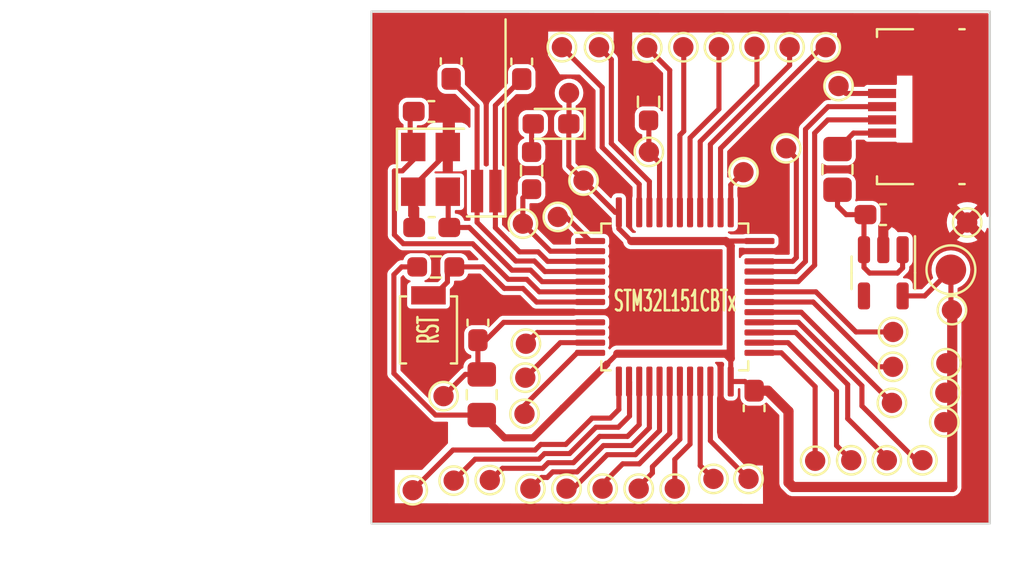
<source format=kicad_pcb>
(kicad_pcb (version 20240108) (generator "pcbnew") (generator_version "8.0")
  (layers (0 "F.Cu" signal) (31 "B.Cu" signal) (34 "B.Paste" user) (35 "F.Paste" user) (36 "B.SilkS" user "B.Silkscreen") (37 "F.SilkS" user "F.Silkscreen") (38 "B.Mask" user) (39 "F.Mask" user) (44 "Edge.Cuts" user))
  (net 0 "")
  (net 1 "Net-(U1-PH0)")
  (net 2 "GND")
  (net 3 "Net-(U1-PH1)")
  (net 4 "Net-(U1-PC14)")
  (net 5 "Net-(U1-PC15)")
  (net 6 "Net-(U2-CE)")
  (net 7 "+3.3V")
  (net 8 "+5V")
  (net 9 "Net-(U1-VDDA)")
  (net 10 "Net-(U1-BOOT0)")
  (net 11 "Net-(U1-NRST)")
  (net 12 "Net-(J1-ID)")
  (net 13 "Net-(U1-PC13)")
  (net 14 "Net-(U1-PB0)")
  (net 15 "Net-(U1-PB1)")
  (net 16 "Net-(U1-PB2)")
  (net 17 "Net-(U1-PB3)")
  (net 18 "Net-(U1-PB4)")
  (net 19 "Net-(U1-PB5)")
  (net 20 "Net-(U1-PB6)")
  (net 21 "Net-(U1-PB7)")
  (net 22 "Net-(U1-PB8)")
  (net 23 "Net-(U1-PB9)")
  (net 24 "Net-(U1-PB10)")
  (net 25 "Net-(U1-PB11)")
  (net 26 "Net-(U1-PB12)")
  (net 27 "Net-(U1-PB13)")
  (net 28 "Net-(U1-PB14)")
  (net 29 "Net-(U1-PB15)")
  (net 30 "Net-(U1-PA15)")
  (net 31 "Net-(U1-PA14)")
  (net 32 "Net-(U1-PA13)")
  (net 33 "Net-(U1-PA10)")
  (net 34 "Net-(U1-PA9)")
  (net 35 "Net-(U1-PA8)")
  (net 36 "Net-(U1-PA7)")
  (net 37 "Net-(U1-PA6)")
  (net 38 "Net-(U1-PA5)")
  (net 39 "Net-(U1-PA4)")
  (net 40 "Net-(U1-PA3)")
  (net 41 "Net-(U1-PA2)")
  (net 42 "Net-(U1-PA1)")
  (net 43 "Net-(U1-PA0)")
  (net 44 "Net-(U1-VLCD)")
  (net 45 "Net-(J1-D-)")
  (net 46 "Net-(J1-D+)")
  (net 48 "Net-(D1-A)")
  (footprint "TestPoint:TestPoint_Pad_D2.0mm" (layer "F.Cu") (at 180.709 85.5)
    (property "Reference" "3.3v CPU" (hide yes))
    (property "Value" "3.3v")
  )
  (footprint "TestPoint:TestPoint_Pad_D1.0mm" (layer "F.Cu") (at 155.764 91.72)
    (property "Reference" "ADC_VCC0" (hide yes))
    (property "Value" "3.3v")
  )
  (footprint "TestPoint:TestPoint_Pad_D1.0mm" (layer "F.Cu") (at 177.859 90.275 90)
    (property "Reference" "A9" (hide yes))
    (property "Value" "A9")
  )
  (footprint "TestPoint:TestPoint_Pad_D1.0mm" (layer "F.Cu") (at 158.039 95.85)
    (property "Reference" "A5" (hide yes))
    (property "Value" "A5")
  )
  (footprint "" (layer "F.Cu") (at 172.034 82.65)
    (property "Reference" "")
    (property "Value" "")
  )
  (footprint "Capacitor_SMD:C_0603_1608Metric_Pad1.08x0.95mm_HandSolder" (layer "F.Cu") (at 156.139 75.2425 90)
    (property "Reference" "C1" (hide yes))
    (property "Value" "7pf")
  )
  (footprint "TestPoint:TestPoint_Pad_D1.0mm" (layer "F.Cu") (at 170.759 95.79)
    (property "Reference" "B11" (hide yes))
    (property "Value" "B11")
  )
  (footprint "TestPoint:TestPoint_Pad_D1.0mm" (layer "F.Cu") (at 172.609 79.525)
    (property "Reference" "A13" (hide yes))
    (property "Value" "SWIO")
  )
  (footprint "TestPoint:TestPoint_Pad_D1.0mm" (layer "F.Cu") (at 177.864 88.56 90)
    (property "Reference" "A10" (hide yes))
    (property "Value" "A10")
  )
  (footprint "TestPoint:TestPoint_Pad_D1.0mm" (layer "F.Cu") (at 159.664 83.23)
    (property "Reference" "TP2" (hide yes))
    (property "Value" "C13")
  )
  (footprint "TestPoint:TestPoint_Pad_D1.0mm" (layer "F.Cu") (at 180.384 93)
    (property "Reference" "TP9" (hide yes))
    (property "Value" "3.3v")
  )
  (footprint "Button_Switch_SMD:SW_SPST_B3U-1000P" (layer "F.Cu") (at 155.024 88.46 -90)
    (property "Reference" "SW1" (hide yes))
    (property "Value" "SW_Push" (hide yes))
  )
  (footprint "Capacitor_SMD:C_0603_1608Metric_Pad1.08x0.95mm_HandSolder" (layer "F.Cu") (at 155.1615 77.712 180)
    (property "Reference" "C4" (hide yes))
    (property "Value" "9pf")
  )
  (footprint "TestPoint:TestPoint_Pad_D1.0mm" (layer "F.Cu") (at 165.779 74.575)
    (property "Reference" "B7" (hide yes))
    (property "Value" "B7")
  )
  (footprint "Capacitor_SMD:C_0603_1608Metric_Pad1.08x0.95mm_HandSolder" (layer "F.Cu") (at 159.609 75.2565 -90)
    (property "Reference" "C2" (hide yes))
    (property "Value" "7pf")
  )
  (footprint "Crystal:Crystal_SMD_3225-4Pin_3.2x2.5mm" (layer "F.Cu") (at 155.124 80.56 -90)
    (property "Reference" "Y2" (hide yes))
    (property "Value" "12Mhz" (hide yes))
  )
  (footprint "Capacitor_SMD:C_0603_1608Metric_Pad1.08x0.95mm_HandSolder" (layer "F.Cu") (at 177.3715 82.7875)
    (property "Reference" "C5" (hide yes))
    (property "Value" "1u")
  )
  (footprint "TestPoint:TestPoint_Pad_D1.0mm" (layer "F.Cu") (at 160.034 96.27)
    (property "Reference" "A6" (hide yes))
    (property "Value" "A6")
  )
  (footprint "TestPoint:TestPoint_Pad_D1.0mm" (layer "F.Cu") (at 161.384 82.9)
    (property "Reference" "TP36" (hide yes))
    (property "Value" "VLCD" (hide yes))
  )
  (footprint "Package_TO_SOT_SMD:SOT-23-5" (layer "F.Cu") (at 177.384 85.65 -90)
    (property "Reference" "U2" (hide yes))
    (property "Value" "XC6210B332MR")
  )
  (footprint "TestPoint:TestPoint_Pad_D1.0mm" (layer "F.Cu") (at 180.759 87.4875)
    (property "Reference" "TP9" (hide yes))
    (property "Value" "3.3v")
  )
  (footprint "Resistor_SMD:R_0603_1608Metric_Pad0.98x0.95mm_HandSolder" (layer "F.Cu") (at 155.3815 85.36)
    (property "Reference" "R2" (hide yes))
    (property "Value" "10K")
  )
  (footprint "TestPoint:TestPoint_Pad_D1.0mm" (layer "F.Cu") (at 159.744 92.59)
    (property "Reference" "A2" (hide yes))
    (property "Value" "A2")
  )
  (footprint "Capacitor_SMD:C_0603_1608Metric_Pad1.08x0.95mm_HandSolder" (layer "F.Cu") (at 157.454 88.1025 90)
    (property "Reference" "C9" (hide yes))
    (property "Value" "10u")
  )
  (footprint "TestPoint:TestPoint_Pad_D1.0mm" (layer "F.Cu") (at 167.134 96.27)
    (property "Reference" "B2" (hide yes))
    (property "Value" "B2")
  )
  (footprint "TestPoint:TestPoint_Pad_D1.0mm" (layer "F.Cu") (at 163.409 74.55)
    (property "Reference" "B8" (hide yes))
    (property "Value" "B8")
  )
  (footprint "TestPoint:TestPoint_Pad_D1.0mm" (layer "F.Cu") (at 165.859 79.7 180)
    (property "Reference" "TP3" (hide yes))
    (property "Value" "BT0" (hide yes))
  )
  (footprint "TestPoint:TestPoint_Pad_D1.0mm" (layer "F.Cu") (at 175.809 94.875)
    (property "Reference" "B13" (hide yes))
    (property "Value" "B13")
  )
  (footprint "Capacitor_SMD:C_0603_1608Metric_Pad1.08x0.95mm_HandSolder" (layer "F.Cu") (at 155.184 83.42 180)
    (property "Reference" "C3" (hide yes))
    (property "Value" "9pf")
  )
  (footprint "TestPoint:TestPoint_Pad_D1.0mm" (layer "F.Cu") (at 162.6465 81.1125 180)
    (property "Reference" "TP39" (hide yes))
    (property "Value" "BT0" (hide yes))
  )
  (footprint "TestPoint:TestPoint_Pad_D1.0mm" (layer "F.Cu") (at 169.034 95.79)
    (property "Reference" "B10" (hide yes))
    (property "Value" "B10")
  )
  (footprint "TestPoint:TestPoint_Pad_D1.0mm" (layer "F.Cu") (at 165.359 96.27)
    (property "Reference" "B1" (hide yes))
    (property "Value" "B1")
  )
  (footprint "TestPoint:TestPoint_Pad_D1.0mm" (layer "F.Cu") (at 161.584 74.55)
    (property "Reference" "B9" (hide yes))
    (property "Value" "B9")
  )
  (footprint "Capacitor_SMD:C_0603_1608Metric_Pad1.08x0.95mm_HandSolder" (layer "F.Cu") (at 171.034 92.3125 -90)
    (property "Reference" "C6" (hide yes))
    (property "Value" "47u")
  )
  (footprint "TestPoint:TestPoint_Pad_D1.0mm" (layer "F.Cu") (at 167.554 74.55)
    (property "Reference" "B6" (hide yes))
    (property "Value" "B6")
  )
  (footprint "" (layer "F.Cu") (at 172.034 81.4)
    (property "Reference" "")
    (property "Value" "")
  )
  (footprint "Resistor_SMD:R_0805_2012Metric_Pad1.20x1.40mm_HandSolder" (layer "F.Cu") (at 157.644 91.65 -90)
    (property "Reference" "FB1" (hide yes))
    (property "Value" "blm21pg221" (hide yes))
  )
  (footprint "Connector_USB:USB_Micro-B_Molex_47346-0001" (layer "F.Cu") (at 178.784 77.475 90)
    (property "Reference" "J1" (hide yes))
    (property "Value" "USB_B_Micro" (hide yes))
  )
  (footprint "TestPoint:TestPoint_Pad_D1.0mm" (layer "F.Cu") (at 156.264 95.875)
    (property "Reference" "A4" (hide yes))
    (property "Value" "A4")
  )
  (footprint "Crystal:Crystal_SMD_SeikoEpson_MC146-4Pin_6.7x1.5mm_HandSoldering" (layer "F.Cu") (at 157.864 78.03 90)
    (property "Reference" "Y1" (hide yes))
    (property "Value" "32k" (hide yes))
  )
  (footprint "TestPoint:TestPoint_Pad_D1.0mm" (layer "F.Cu") (at 169.304 74.55)
    (property "Reference" "B5" (hide yes))
    (property "Value" "B5")
  )
  (footprint "TestPoint:TestPoint_Pad_D1.0mm" (layer "F.Cu") (at 174.034 94.9)
    (property "Reference" "B12" (hide yes))
    (property "Value" "B12")
  )
  (footprint "" (layer "F.Cu") (at 153.234 92.75 90)
    (property "Reference" "")
    (property "Value" "")
  )
  (footprint "Resistor_SMD:R_0603_1608Metric_Pad0.98x0.95mm_HandSolder" (layer "F.Cu") (at 165.844 77.2375 -90)
    (property "Reference" "R1" (hide yes))
    (property "Value" "10K")
  )
  (footprint "TestPoint:TestPoint_Pad_D1.0mm" (layer "F.Cu") (at 161.809 96.27)
    (property "Reference" "A7" (hide yes))
    (property "Value" "A7")
  )
  (footprint "TestPoint:TestPoint_Pad_D1.0mm" (layer "F.Cu") (at 175.184 76.46)
    (property "Reference" "TP1" (hide yes))
    (property "Value" "USB_ID" (hide yes))
  )
  (footprint "Resistor_SMD:R_0805_2012Metric_Pad1.20x1.40mm_HandSolder" (layer "F.Cu") (at 175.134 80.5625 -90)
    (property "Reference" "FB2" (hide yes))
    (property "Value" "blm21pg221")
  )
  (footprint "Package_QFP:LQFP-48_7x7mm_P0.5mm" (layer "F.Cu") (at 167.134 86.8375)
    (property "Reference" "U1" (hide yes))
    (property "Value" "STM32L151CBTx")
  )
  (footprint "TestPoint:TestPoint_Pad_D1.0mm" (layer "F.Cu") (at 154.249 96.35)
    (property "Reference" "A3" (hide yes))
    (property "Value" "A3")
  )
  (footprint "TestPoint:TestPoint_Pad_D1.0mm" (layer "F.Cu") (at 159.814 89.14)
    (property "Reference" "A0" (hide yes))
    (property "Value" "A0")
  )
  (footprint "Resistor_SMD:R_0603_1608Metric_Pad0.98x0.95mm_HandSolder" (layer "F.Cu") (at 160.094 80.6225 90)
    (property "Reference" "R4" (hide yes))
    (property "Value" "1K")
  )
  (footprint "TestPoint:TestPoint_Pad_D1.0mm" (layer "F.Cu") (at 177.809 92.05 90)
    (property "Reference" "A8" (hide yes))
    (property "Value" "A8")
  )
  (footprint "TestPoint:TestPoint_Pad_D1.0mm" (layer "F.Cu") (at 171.054 74.525)
    (property "Reference" "B4" (hide yes))
    (property "Value" "B4")
  )
  (footprint "LED_SMD:LED_0603_1608Metric_Pad1.05x0.95mm_HandSolder" (layer "F.Cu") (at 161.049 78.32 180)
    (property "Reference" "D1" (hide yes))
    (property "Value" "LED")
  )
  (footprint "TestPoint:TestPoint_Pad_D1.0mm" (layer "F.Cu") (at 172.779 74.55)
    (property "Reference" "B3" (hide yes))
    (property "Value" "B3")
  )
  (footprint "TestPoint:TestPoint_Pad_D1.0mm" (layer "F.Cu") (at 180.484 90.1)
    (property "Reference" "TP9" (hide yes))
    (property "Value" "3.3v")
  )
  (footprint "" (layer "F.Cu") (at 153.234 94.1)
    (property "Reference" "")
    (property "Value" "")
  )
  (footprint "TestPoint:TestPoint_Pad_D1.0mm" (layer "F.Cu") (at 177.559 94.875)
    (property "Reference" "B14" (hide yes))
    (property "Value" "B14")
  )
  (footprint "TestPoint:TestPoint_Pad_D1.0mm" (layer "F.Cu") (at 181.509 83.175)
    (property "Reference" "TP10" (hide yes))
    (property "Value" "3.3v")
  )
  (footprint "TestPoint:TestPoint_Pad_D1.0mm" (layer "F.Cu") (at 174.554 74.55)
    (property "Reference" "A15" (hide yes))
    (property "Value" "A15")
  )
  (footprint "TestPoint:TestPoint_Pad_D1.0mm" (layer "F.Cu") (at 159.784 90.81)
    (property "Reference" "A1" (hide yes))
    (property "Value" "A1")
  )
  (footprint "TestPoint:TestPoint_Pad_D1.0mm" (layer "F.Cu") (at 179.309 94.875)
    (property "Reference" "B15" (hide yes))
    (property "Value" "B15")
  )
  (footprint "TestPoint:TestPoint_Pad_D1.0mm" (layer "F.Cu") (at 180.434 91.55)
    (property "Reference" "TP9" (hide yes))
    (property "Value" "3.3v")
  )
  (footprint "TestPoint:TestPoint_Pad_D1.0mm" (layer "F.Cu") (at 163.584 96.27)
    (property "Reference" "B0" (hide yes))
    (property "Value" "B0")
  )
  (footprint "" (layer "F.Cu") (at 161.934 76.8)
    (property "Reference" "")
    (property "Value" "")
  )
  (footprint "" (layer "F.Cu") (at 172.584 97.3)
    (property "Reference" "")
    (property "Value" "")
  )
  (footprint "TestPoint:TestPoint_Pad_D1.0mm" (layer "F.Cu") (at 170.509 80.7)
    (property "Reference" "A14" (hide yes))
    (property "Value" "SWCK")
  )
  (gr_rect (start 152.221 72.784) (end 182.626 97.989) (stroke (width 0.1)) (fill none) (layer "Edge.Cuts"))
  (segment (start 160.044812 85.52) (end 160.612312 86.0875) (width 0.25) (layer "F.Cu") (net 1))
  (segment (start 155.994 83.3675) (end 156.0465 83.42) (width 0.25) (layer "F.Cu") (net 1))
  (segment (start 160.612312 86.0875) (end 162.9715 86.0875) (width 0.25) (layer "F.Cu") (net 1))
  (segment (start 155.994 82.03) (end 155.994 83.3675) (width 0.25) (layer "F.Cu") (net 1))
  (segment (start 157.031208 83.42) (end 159.131208 85.52) (width 0.25) (layer "F.Cu") (net 1))
  (segment (start 159.131208 85.52) (end 160.044812 85.52) (width 0.25) (layer "F.Cu") (net 1))
  (segment (start 156.0465 83.42) (end 157.031208 83.42) (width 0.25) (layer "F.Cu") (net 1))
  (segment (start 159.609 74.394) (end 156.184 74.394) (width 0.25) (layer "F.Cu") (net 2))
  (segment (start 172.359 81.2) (end 171.434 80.275) (width 0.25) (layer "F.Cu") (net 2))
  (segment (start 171.434 78.78) (end 175.3515 74.8625) (width 0.25) (layer "F.Cu") (net 2))
  (segment (start 171.2965 84.5875) (end 172.099685 84.5875) (width 0.25) (layer "F.Cu") (net 2))
  (segment (start 155.974 79.71) (end 154.294 81.39) (width 0.25) (layer "F.Cu") (net 2))
  (segment (start 171.434 80.275) (end 171.434 78.78) (width 0.25) (layer "F.Cu") (net 2))
  (segment (start 177.384 83.6375) (end 177.384 84.5125) (width 0.25) (layer "F.Cu") (net 2))
  (segment (start 154.294 82.03) (end 154.294 83.3925) (width 0.25) (layer "F.Cu") (net 2))
  (segment (start 175.3515 74.8625) (end 177.284 74.8625) (width 0.25) (layer "F.Cu") (net 2))
  (segment (start 155.974 79.46) (end 155.974 79.71) (width 0.25) (layer "F.Cu") (net 2))
  (segment (start 154.294 83.3925) (end 154.3215 83.42) (width 0.25) (layer "F.Cu") (net 2))
  (segment (start 172.359 84.328185) (end 172.359 81.2) (width 0.25) (layer "F.Cu") (net 2))
  (segment (start 177.284 74.8625) (end 177.409 74.9875) (width 0.25) (layer "F.Cu") (net 2))
  (segment (start 156.199 77.712) (end 156.199 79.625) (width 0.25) (layer "F.Cu") (net 2))
  (segment (start 178.234 82.7875) (end 177.384 83.6375) (width 0.25) (layer "F.Cu") (net 2))
  (segment (start 154.294 81.39) (end 154.294 81.78) (width 0.25) (layer "F.Cu") (net 2))
  (segment (start 172.099685 84.5875) (end 172.359 84.328185) (width 0.25) (layer "F.Cu") (net 2))
  (segment (start 153.739 80.635) (end 153.349 80.635) (width 0.25) (layer "F.Cu") (net 3))
  (segment (start 159.858416 85.97) (end 160.475916 86.5875) (width 0.25) (layer "F.Cu") (net 3))
  (segment (start 153.788505 84.22) (end 157.194812 84.22) (width 0.25) (layer "F.Cu") (net 3))
  (segment (start 153.349 83.780495) (end 153.788505 84.22) (width 0.25) (layer "F.Cu") (net 3))
  (segment (start 157.194812 84.22) (end 158.944812 85.97) (width 0.25) (layer "F.Cu") (net 3))
  (segment (start 154.294 80.08) (end 153.739 80.635) (width 0.25) (layer "F.Cu") (net 3))
  (segment (start 160.475916 86.5875) (end 162.9715 86.5875) (width 0.25) (layer "F.Cu") (net 3))
  (segment (start 158.944812 85.97) (end 159.858416 85.97) (width 0.25) (layer "F.Cu") (net 3))
  (segment (start 153.349 80.635) (end 153.349 83.780495) (width 0.25) (layer "F.Cu") (net 3))
  (segment (start 154.124 77.712) (end 154.124 79.66) (width 0.25) (layer "F.Cu") (net 3))
  (segment (start 159.504 84.62) (end 160.417604 84.62) (width 0.25) (layer "F.Cu") (net 4))
  (segment (start 158.314 83.43) (end 159.504 84.62) (width 0.25) (layer "F.Cu") (net 4))
  (segment (start 160.417604 84.62) (end 160.885104 85.0875) (width 0.25) (layer "F.Cu") (net 4))
  (segment (start 158.314 81.63) (end 158.314 83.43) (width 0.25) (layer "F.Cu") (net 4))
  (segment (start 158.314 77.414) (end 158.314 81.63) (width 0.25) (layer "F.Cu") (net 4))
  (segment (start 160.885104 85.0875) (end 162.9715 85.0875) (width 0.25) (layer "F.Cu") (net 4))
  (segment (start 159.609 76.119) (end 158.314 77.414) (width 0.25) (layer "F.Cu") (net 4))
  (segment (start 157.414 77.449) (end 157.414 81.63) (width 0.25) (layer "F.Cu") (net 5))
  (segment (start 160.748708 85.5875) (end 162.9715 85.5875) (width 0.25) (layer "F.Cu") (net 5))
  (segment (start 160.231208 85.07) (end 160.748708 85.5875) (width 0.25) (layer "F.Cu") (net 5))
  (segment (start 159.317604 85.07) (end 160.231208 85.07) (width 0.25) (layer "F.Cu") (net 5))
  (segment (start 157.414 83.166396) (end 159.317604 85.07) (width 0.25) (layer "F.Cu") (net 5))
  (segment (start 156.134 76.169) (end 157.414 77.449) (width 0.25) (layer "F.Cu") (net 5))
  (segment (start 157.414 81.63) (end 157.414 83.166396) (width 0.25) (layer "F.Cu") (net 5))
  (segment (start 176.509 82.7875) (end 175.559 82.7875) (width 0.25) (layer "F.Cu") (net 6))
  (segment (start 176.434 82.8625) (end 176.509 82.7875) (width 0.25) (layer "F.Cu") (net 6))
  (segment (start 176.434 84.5125) (end 176.434 82.8625) (width 0.25) (layer "F.Cu") (net 6))
  (segment (start 178.084 85.6625) (end 176.709 85.6625) (width 0.25) (layer "F.Cu") (net 6))
  (segment (start 178.334 85.4125) (end 178.084 85.6625) (width 0.25) (layer "F.Cu") (net 6))
  (segment (start 175.134 82.3625) (end 175.134 81.5625) (width 0.25) (layer "F.Cu") (net 6))
  (segment (start 175.559 82.7875) (end 175.134 82.3625) (width 0.25) (layer "F.Cu") (net 6))
  (segment (start 178.334 84.5125) (end 178.334 85.4125) (width 0.25) (layer "F.Cu") (net 6))
  (segment (start 176.709 85.6625) (end 176.434 85.3875) (width 0.25) (layer "F.Cu") (net 6))
  (segment (start 176.434 85.3875) (end 176.434 84.5125) (width 0.25) (layer "F.Cu") (net 6))
  (segment (start 161.934 76.8) (end 161.934 78.31) (width 0.25) (layer "F.Cu") (net 7))
  (segment (start 153.324 90.6) (end 153.324 85.74) (width 0.25) (layer "F.Cu") (net 7))
  (segment (start 169.884 91) (end 169.884 89.86) (width 0.25) (layer "F.Cu") (net 7))
  (segment (start 161.934 78.31) (end 161.924 78.32) (width 0.25) (layer "F.Cu") (net 7))
  (segment (start 179.4215 86.7875) (end 180.709 85.5) (width 0.25) (layer "F.Cu") (net 7))
  (segment (start 153.704 85.36) (end 154.469 85.36) (width 0.25) (layer "F.Cu") (net 7))
  (segment (start 161.924 78.32) (end 161.924 80.39) (width 0.25) (layer "F.Cu") (net 7))
  (segment (start 153.324 85.74) (end 153.704 85.36) (width 0.25) (layer "F.Cu") (net 7))
  (segment (start 169.884 84.33) (end 169.884 89.86) (width 0.4) (layer "F.Cu") (net 7))
  (segment (start 161.924 80.39) (end 162.6465 81.1125) (width 0.25) (layer "F.Cu") (net 7))
  (segment (start 171.709 91.45) (end 171.034 91.45) (width 0.5) (layer "F.Cu") (net 7))
  (segment (start 169.884 89.86) (end 169.654 89.63) (width 0.4) (layer "F.Cu") (net 7))
  (segment (start 180.759 87.4875) (end 180.774 87.5025) (width 0.5) (layer "F.Cu") (net 7))
  (segment (start 161.634 92.3) (end 163.794 90.14) (width 0.35) (layer "F.Cu") (net 7))
  (segment (start 172.944 96.19) (end 172.724 95.97) (width 0.5) (layer "F.Cu") (net 7))
  (segment (start 178.334 86.7875) (end 179.4215 86.7875) (width 0.25) (layer "F.Cu") (net 7))
  (segment (start 172.724 92.465) (end 171.709 91.45) (width 0.5) (layer "F.Cu") (net 7))
  (segment (start 171.2965 84.0875) (end 169.6415 84.0875) (width 0.25) (layer "F.Cu") (net 7))
  (segment (start 164.993315 84.0875) (end 169.6415 84.0875) (width 0.4) (layer "F.Cu") (net 7))
  (segment (start 164.384 82.675) (end 164.209 82.675) (width 0.25) (layer "F.Cu") (net 7))
  (segment (start 172.724 95.97) (end 172.724 92.465) (width 0.5) (layer "F.Cu") (net 7))
  (segment (start 164.384 83.478185) (end 164.384 82.675) (width 0.25) (layer "F.Cu") (net 7))
  (segment (start 164.304 89.63) (end 163.794 90.14) (width 0.25) (layer "F.Cu") (net 7))
  (segment (start 169.654 89.63) (end 164.304 89.63) (width 0.4) (layer "F.Cu") (net 7))
  (segment (start 180.709 85.5) (end 180.709 87.4375) (width 0.25) (layer "F.Cu") (net 7))
  (segment (start 157.644 92.65) (end 155.374 92.65) (width 0.25) (layer "F.Cu") (net 7))
  (segment (start 180.709 87.4375) (end 180.759 87.4875) (width 0.25) (layer "F.Cu") (net 7))
  (segment (start 157.644 92.65) (end 158.764 93.77) (width 0.35) (layer "F.Cu") (net 7))
  (segment (start 169.884 91) (end 170.584 91) (width 0.25) (layer "F.Cu") (net 7))
  (segment (start 155.374 92.65) (end 153.324 90.6) (width 0.25) (layer "F.Cu") (net 7))
  (segment (start 161.630498 92.3) (end 161.634 92.3) (width 0.35) (layer "F.Cu") (net 7))
  (segment (start 169.6415 84.0875) (end 169.884 84.33) (width 0.4) (layer "F.Cu") (net 7))
  (segment (start 180.774 87.5025) (end 180.774 96.185) (width 0.5) (layer "F.Cu") (net 7))
  (segment (start 180.769 96.19) (end 172.944 96.19) (width 0.5) (layer "F.Cu") (net 7))
  (segment (start 158.764 93.77) (end 160.160498 93.77) (width 0.35) (layer "F.Cu") (net 7))
  (segment (start 164.993315 84.0875) (end 164.384 83.478185) (width 0.25) (layer "F.Cu") (net 7))
  (segment (start 160.160498 93.77) (end 161.630498 92.3) (width 0.35) (layer "F.Cu") (net 7))
  (segment (start 180.774 96.185) (end 180.769 96.19) (width 0.5) (layer "F.Cu") (net 7))
  (segment (start 164.209 82.675) (end 162.6465 81.1125) (width 0.25) (layer "F.Cu") (net 7))
  (segment (start 170.584 91) (end 171.034 91.45) (width 0.25) (layer "F.Cu") (net 7))
  (segment (start 177.324 78.775) (end 175.9215 78.775) (width 0.25) (layer "F.Cu") (net 8))
  (segment (start 175.9215 78.775) (end 175.134 79.5625) (width 0.25) (layer "F.Cu") (net 8))
  (segment (start 157.454 90.46) (end 157.644 90.65) (width 0.25) (layer "F.Cu") (net 9))
  (segment (start 156.834 90.65) (end 155.764 91.72) (width 0.25) (layer "F.Cu") (net 9))
  (segment (start 158.7215 88.0875) (end 162.9715 88.0875) (width 0.25) (layer "F.Cu") (net 9))
  (segment (start 157.844 88.965) (end 158.7215 88.0875) (width 0.25) (layer "F.Cu") (net 9))
  (segment (start 157.454 88.965) (end 157.454 90.46) (width 0.25) (layer "F.Cu") (net 9))
  (segment (start 157.454 88.965) (end 157.844 88.965) (width 0.25) (layer "F.Cu") (net 9))
  (segment (start 157.644 90.65) (end 156.834 90.65) (width 0.25) (layer "F.Cu") (net 9))
  (segment (start 166.384 80.225) (end 165.859 79.7) (width 0.25) (layer "F.Cu") (net 10))
  (segment (start 165.859 78.165) (end 165.844 78.15) (width 0.25) (layer "F.Cu") (net 10))
  (segment (start 166.384 82.675) (end 166.384 80.225) (width 0.25) (layer "F.Cu") (net 10))
  (segment (start 165.859 79.7) (end 165.859 78.165) (width 0.25) (layer "F.Cu") (net 10))
  (segment (start 155.956 85.698) (end 156.294 85.36) (width 0.25) (layer "F.Cu") (net 11))
  (segment (start 158.758416 86.42) (end 157.698416 85.36) (width 0.25) (layer "F.Cu") (net 11))
  (segment (start 157.698416 85.36) (end 156.294 85.36) (width 0.25) (layer "F.Cu") (net 11))
  (segment (start 155.956 86.106) (end 155.956 85.698) (width 0.25) (layer "F.Cu") (net 11))
  (segment (start 160.33952 87.0875) (end 159.67202 86.42) (width 0.25) (layer "F.Cu") (net 11))
  (segment (start 162.9715 87.0875) (end 160.33952 87.0875) (width 0.25) (layer "F.Cu") (net 11))
  (segment (start 155.302 86.76) (end 155.956 86.106) (width 0.25) (layer "F.Cu") (net 11))
  (segment (start 155.024 86.76) (end 155.302 86.76) (width 0.25) (layer "F.Cu") (net 11))
  (segment (start 159.67202 86.42) (end 158.758416 86.42) (width 0.25) (layer "F.Cu") (net 11))
  (segment (start 177.324 76.825) (end 175.549 76.825) (width 0.25) (layer "F.Cu") (net 12))
  (segment (start 175.549 76.825) (end 175.184 76.46) (width 0.25) (layer "F.Cu") (net 12))
  (segment (start 162.9715 84.5875) (end 161.0215 84.5875) (width 0.25) (layer "F.Cu") (net 13))
  (segment (start 161.0215 84.5875) (end 159.664 83.23) (width 0.25) (layer "F.Cu") (net 13))
  (segment (start 159.664 81.965) (end 160.094 81.535) (width 0.25) (layer "F.Cu") (net 13))
  (segment (start 159.664 83.23) (end 159.664 81.965) (width 0.25) (layer "F.Cu") (net 13))
  (segment (start 163.584 96.04) (end 163.584 96.27) (width 0.25) (layer "F.Cu") (net 14))
  (segment (start 164.574 95.05) (end 163.584 96.04) (width 0.25) (layer "F.Cu") (net 14))
  (segment (start 166.884 91) (end 166.884 93.552792) (width 0.25) (layer "F.Cu") (net 14))
  (segment (start 165.386792 95.05) (end 164.574 95.05) (width 0.25) (layer "F.Cu") (net 14))
  (segment (start 166.884 93.552792) (end 165.386792 95.05) (width 0.25) (layer "F.Cu") (net 14))
  (segment (start 165.359 96.175) (end 165.359 96.27) (width 0.25) (layer "F.Cu") (net 15))
  (segment (start 166.034 95.19) (end 166.034 95.5) (width 0.25) (layer "F.Cu") (net 15))
  (segment (start 167.384 93.84) (end 166.034 95.19) (width 0.25) (layer "F.Cu") (net 15))
  (segment (start 167.384 91) (end 167.384 93.84) (width 0.25) (layer "F.Cu") (net 15))
  (segment (start 166.034 95.5) (end 165.359 96.175) (width 0.25) (layer "F.Cu") (net 15))
  (segment (start 167.884 91) (end 167.884 94.08) (width 0.25) (layer "F.Cu") (net 16))
  (segment (start 167.134 94.83) (end 167.134 96.27) (width 0.25) (layer "F.Cu") (net 16))
  (segment (start 167.884 94.08) (end 167.134 94.83) (width 0.25) (layer "F.Cu") (net 16))
  (segment (start 172.779 75.435) (end 172.779 74.55) (width 0.25) (layer "F.Cu") (net 17))
  (segment (start 168.884 82.675) (end 168.884 79.33) (width 0.25) (layer "F.Cu") (net 17))
  (segment (start 168.884 79.33) (end 172.779 75.435) (width 0.25) (layer "F.Cu") (net 17))
  (segment (start 168.384 82.675) (end 168.384 79.19) (width 0.25) (layer "F.Cu") (net 18))
  (segment (start 171.174 76.4) (end 171.174 74.215) (width 0.25) (layer "F.Cu") (net 18))
  (segment (start 168.384 79.19) (end 171.174 76.4) (width 0.25) (layer "F.Cu") (net 18))
  (segment (start 169.304 77.59) (end 169.304 74.55) (width 0.25) (layer "F.Cu") (net 19))
  (segment (start 167.884 82.675) (end 167.884 79.01) (width 0.25) (layer "F.Cu") (net 19))
  (segment (start 167.884 79.01) (end 169.304 77.59) (width 0.25) (layer "F.Cu") (net 19))
  (segment (start 167.554 74.55) (end 167.554 74.36) (width 0.25) (layer "F.Cu") (net 20))
  (segment (start 167.574 78.683604) (end 167.574 74.57) (width 0.25) (layer "F.Cu") (net 20))
  (segment (start 167.554 74.36) (end 167.674 74.24) (width 0.25) (layer "F.Cu") (net 20))
  (segment (start 167.574 74.57) (end 167.554 74.55) (width 0.25) (layer "F.Cu") (net 20))
  (segment (start 167.384 82.675) (end 167.384 78.873604) (width 0.25) (layer "F.Cu") (net 20))
  (segment (start 167.384 78.873604) (end 167.574 78.683604) (width 0.25) (layer "F.Cu") (net 20))
  (segment (start 165.779 74.575) (end 166.884 75.68) (width 0.25) (layer "F.Cu") (net 21))
  (segment (start 165.899 74.265) (end 165.779 74.385) (width 0.25) (layer "F.Cu") (net 21))
  (segment (start 166.884 75.68) (end 166.884 82.675) (width 0.25) (layer "F.Cu") (net 21))
  (segment (start 165.779 74.385) (end 165.779 74.575) (width 0.25) (layer "F.Cu") (net 21))
  (segment (start 165.884 81.157995) (end 164.014 79.287995) (width 0.25) (layer "F.Cu") (net 22))
  (segment (start 165.884 82.675) (end 165.884 81.157995) (width 0.25) (layer "F.Cu") (net 22))
  (segment (start 164.014 75.155) (end 163.409 74.55) (width 0.25) (layer "F.Cu") (net 22))
  (segment (start 164.014 79.287995) (end 164.014 75.155) (width 0.25) (layer "F.Cu") (net 22))
  (segment (start 165.384 81.294391) (end 163.564 79.474391) (width 0.25) (layer "F.Cu") (net 23))
  (segment (start 163.564 79.474391) (end 163.564 76.53) (width 0.25) (layer "F.Cu") (net 23))
  (segment (start 163.564 76.53) (end 161.584 74.55) (width 0.25) (layer "F.Cu") (net 23))
  (segment (start 165.384 82.675) (end 165.384 81.294391) (width 0.25) (layer "F.Cu") (net 23))
  (segment (start 168.384 95.14) (end 169.034 95.79) (width 0.25) (layer "F.Cu") (net 24))
  (segment (start 168.384 91) (end 168.384 95.14) (width 0.25) (layer "F.Cu") (net 24))
  (segment (start 168.884 93.915) (end 170.759 95.79) (width 0.25) (layer "F.Cu") (net 25))
  (segment (start 168.884 91) (end 168.884 93.915) (width 0.25) (layer "F.Cu") (net 25))
  (segment (start 174.034 91.25) (end 174.034 94.9) (width 0.25) (layer "F.Cu") (net 26))
  (segment (start 172.3715 89.5875) (end 174.034 91.25) (width 0.25) (layer "F.Cu") (net 26))
  (segment (start 171.2965 89.5875) (end 172.3715 89.5875) (width 0.25) (layer "F.Cu") (net 26))
  (segment (start 172.698093 89.0875) (end 175.084 91.473407) (width 0.25) (layer "F.Cu") (net 27))
  (segment (start 175.084 91.473407) (end 175.084 94.15) (width 0.25) (layer "F.Cu") (net 27))
  (segment (start 171.2965 89.0875) (end 172.698093 89.0875) (width 0.25) (layer "F.Cu") (net 27))
  (segment (start 175.084 94.15) (end 175.809 94.875) (width 0.25) (layer "F.Cu") (net 27))
  (segment (start 171.2965 88.5875) (end 173.073708 88.5875) (width 0.25) (layer "F.Cu") (net 28))
  (segment (start 175.634 92.825) (end 177.559 94.75) (width 0.25) (layer "F.Cu") (net 28))
  (segment (start 173.073708 88.5875) (end 175.634 91.147792) (width 0.25) (layer "F.Cu") (net 28))
  (segment (start 177.559 94.75) (end 177.559 94.875) (width 0.25) (layer "F.Cu") (net 28))
  (segment (start 175.634 91.147792) (end 175.634 92.825) (width 0.25) (layer "F.Cu") (net 28))
  (segment (start 173.210104 88.0875) (end 176.334 91.211396) (width 0.25) (layer "F.Cu") (net 29))
  (segment (start 171.2965 88.0875) (end 173.210104 88.0875) (width 0.25) (layer "F.Cu") (net 29))
  (segment (start 176.334 91.211396) (end 176.334 92.2) (width 0.25) (layer "F.Cu") (net 29))
  (segment (start 179.009 94.875) (end 179.309 94.875) (width 0.25) (layer "F.Cu") (net 29))
  (segment (start 176.334 92.2) (end 179.009 94.875) (width 0.25) (layer "F.Cu") (net 29))
  (segment (start 169.384 79.53) (end 174.364 74.55) (width 0.25) (layer "F.Cu") (net 30))
  (segment (start 169.384 82.675) (end 169.384 79.53) (width 0.25) (layer "F.Cu") (net 30))
  (segment (start 174.364 74.55) (end 174.554 74.55) (width 0.25) (layer "F.Cu") (net 30))
  (segment (start 169.884 81.325) (end 170.509 80.7) (width 0.25) (layer "F.Cu") (net 31))
  (segment (start 169.884 82.675) (end 169.884 81.325) (width 0.25) (layer "F.Cu") (net 31))
  (segment (start 172.923708 85.0875) (end 173.109 84.902208) (width 0.25) (layer "F.Cu") (net 32))
  (segment (start 171.2965 85.0875) (end 172.923708 85.0875) (width 0.25) (layer "F.Cu") (net 32))
  (segment (start 173.109 80.025) (end 172.609 79.525) (width 0.25) (layer "F.Cu") (net 32))
  (segment (start 173.109 84.902208) (end 173.109 80.025) (width 0.25) (layer "F.Cu") (net 32))
  (segment (start 171.2965 85.0875) (end 171.309 85.1) (width 0.25) (layer "F.Cu") (net 32))
  (segment (start 171.2965 86.5875) (end 174.0715 86.5875) (width 0.25) (layer "F.Cu") (net 33))
  (segment (start 174.0715 86.5875) (end 176.044 88.56) (width 0.25) (layer "F.Cu") (net 33))
  (segment (start 176.044 88.56) (end 177.864 88.56) (width 0.25) (layer "F.Cu") (net 33))
  (segment (start 173.935104 87.0875) (end 177.122604 90.275) (width 0.25) (layer "F.Cu") (net 34))
  (segment (start 171.2965 87.0875) (end 173.935104 87.0875) (width 0.25) (layer "F.Cu") (net 34))
  (segment (start 177.122604 90.275) (end 177.859 90.275) (width 0.25) (layer "F.Cu") (net 34))
  (segment (start 173.3465 87.5875) (end 177.809 92.05) (width 0.25) (layer "F.Cu") (net 35))
  (segment (start 171.2965 87.5875) (end 173.3465 87.5875) (width 0.25) (layer "F.Cu") (net 35))
  (segment (start 162.144 96.27) (end 161.809 96.27) (width 0.25) (layer "F.Cu") (net 36))
  (segment (start 166.384 93.416396) (end 165.200396 94.6) (width 0.25) (layer "F.Cu") (net 36))
  (segment (start 166.384 91) (end 166.384 93.416396) (width 0.25) (layer "F.Cu") (net 36))
  (segment (start 163.814 94.6) (end 162.144 96.27) (width 0.25) (layer "F.Cu") (net 36))
  (segment (start 165.200396 94.6) (end 163.814 94.6) (width 0.25) (layer "F.Cu") (net 36))
  (segment (start 162.332604 95.445) (end 161.135396 95.445) (width 0.25) (layer "F.Cu") (net 37))
  (segment (start 165.884 91) (end 165.884 93.28) (width 0.25) (layer "F.Cu") (net 37))
  (segment (start 160.860396 95.72) (end 160.584 95.72) (width 0.25) (layer "F.Cu") (net 37))
  (segment (start 165.014 94.15) (end 163.627604 94.15) (width 0.25) (layer "F.Cu") (net 37))
  (segment (start 160.584 95.72) (end 160.034 96.27) (width 0.25) (layer "F.Cu") (net 37))
  (segment (start 165.884 93.28) (end 165.014 94.15) (width 0.25) (layer "F.Cu") (net 37))
  (segment (start 163.627604 94.15) (end 162.332604 95.445) (width 0.25) (layer "F.Cu") (net 37))
  (segment (start 161.135396 95.445) (end 160.860396 95.72) (width 0.25) (layer "F.Cu") (net 37))
  (segment (start 162.146208 94.995) (end 160.915396 94.995) (width 0.25) (layer "F.Cu") (net 38))
  (segment (start 158.664 95.27) (end 158.039 95.895) (width 0.25) (layer "F.Cu") (net 38))
  (segment (start 160.640396 95.27) (end 158.664 95.27) (width 0.25) (layer "F.Cu") (net 38))
  (segment (start 165.384 93.125) (end 164.809 93.7) (width 0.25) (layer "F.Cu") (net 38))
  (segment (start 160.915396 94.995) (end 160.640396 95.27) (width 0.25) (layer "F.Cu") (net 38))
  (segment (start 163.441208 93.7) (end 162.146208 94.995) (width 0.25) (layer "F.Cu") (net 38))
  (segment (start 165.384 91) (end 165.384 93.125) (width 0.25) (layer "F.Cu") (net 38))
  (segment (start 164.809 93.7) (end 163.441208 93.7) (width 0.25) (layer "F.Cu") (net 38))
  (segment (start 157.319 94.82) (end 156.264 95.875) (width 0.25) (layer "F.Cu") (net 39))
  (segment (start 164.884 91) (end 164.909 91.025) (width 0.25) (layer "F.Cu") (net 39))
  (segment (start 164.909 91.025) (end 164.909 92.7) (width 0.25) (layer "F.Cu") (net 39))
  (segment (start 160.454 94.82) (end 157.319 94.82) (width 0.25) (layer "F.Cu") (net 39))
  (segment (start 164.909 92.7) (end 164.359 93.25) (width 0.25) (layer "F.Cu") (net 39))
  (segment (start 160.729 94.545) (end 160.454 94.82) (width 0.25) (layer "F.Cu") (net 39))
  (segment (start 163.254812 93.25) (end 161.959812 94.545) (width 0.25) (layer "F.Cu") (net 39))
  (segment (start 164.359 93.25) (end 163.254812 93.25) (width 0.25) (layer "F.Cu") (net 39))
  (segment (start 161.959812 94.545) (end 160.729 94.545) (width 0.25) (layer "F.Cu") (net 39))
  (segment (start 161.773416 94.095) (end 160.542604 94.095) (width 0.25) (layer "F.Cu") (net 40))
  (segment (start 164.384 91) (end 164.384 92.375) (width 0.25) (layer "F.Cu") (net 40))
  (segment (start 156.229 94.37) (end 154.249 96.35) (width 0.25) (layer "F.Cu") (net 40))
  (segment (start 160.542604 94.095) (end 160.267604 94.37) (width 0.25) (layer "F.Cu") (net 40))
  (segment (start 160.267604 94.37) (end 156.229 94.37) (width 0.25) (layer "F.Cu") (net 40))
  (segment (start 164.384 92.375) (end 163.959 92.8) (width 0.25) (layer "F.Cu") (net 40))
  (segment (start 163.068416 92.8) (end 161.773416 94.095) (width 0.25) (layer "F.Cu") (net 40))
  (segment (start 163.959 92.8) (end 163.068416 92.8) (width 0.25) (layer "F.Cu") (net 40))
  (segment (start 159.744 92.18) (end 159.744 92.59) (width 0.25) (layer "F.Cu") (net 41))
  (segment (start 162.9715 89.5875) (end 162.3365 89.5875) (width 0.25) (layer "F.Cu") (net 41))
  (segment (start 162.3365 89.5875) (end 159.744 92.18) (width 0.25) (layer "F.Cu") (net 41))
  (segment (start 161.5065 89.0875) (end 159.784 90.81) (width 0.25) (layer "F.Cu") (net 42))
  (segment (start 162.9715 89.0875) (end 161.5065 89.0875) (width 0.25) (layer "F.Cu") (net 42))
  (segment (start 162.9715 88.5875) (end 160.3665 88.5875) (width 0.25) (layer "F.Cu") (net 43))
  (segment (start 160.3665 88.5875) (end 159.814 89.14) (width 0.25) (layer "F.Cu") (net 43))
  (segment (start 162.9715 84.0875) (end 161.784 82.9) (width 0.25) (layer "F.Cu") (net 44))
  (segment (start 161.784 82.9) (end 161.384 82.9) (width 0.25) (layer "F.Cu") (net 44))
  (segment (start 174.009 85.275) (end 173.1965 86.0875) (width 0.25) (layer "F.Cu") (net 45))
  (segment (start 173.1965 86.0875) (end 171.2965 86.0875) (width 0.25) (layer "F.Cu") (net 45))
  (segment (start 177.324 78.125) (end 174.659 78.125) (width 0.25) (layer "F.Cu") (net 45))
  (segment (start 174.009 78.775) (end 174.009 85.275) (width 0.25) (layer "F.Cu") (net 45))
  (segment (start 174.659 78.125) (end 174.009 78.775) (width 0.25) (layer "F.Cu") (net 45))
  (segment (start 173.559 85.088604) (end 173.060104 85.5875) (width 0.25) (layer "F.Cu") (net 46))
  (segment (start 177.324 77.475) (end 174.672604 77.475) (width 0.25) (layer "F.Cu") (net 46))
  (segment (start 173.060104 85.5875) (end 171.2965 85.5875) (width 0.25) (layer "F.Cu") (net 46))
  (segment (start 173.559 78.588604) (end 173.559 85.088604) (width 0.25) (layer "F.Cu") (net 46))
  (segment (start 174.672604 77.475) (end 173.559 78.588604) (width 0.25) (layer "F.Cu") (net 46))
  (segment (start 160.094 78.4) (end 160.174 78.32) (width 0.25) (layer "F.Cu") (net 48))
  (segment (start 160.094 79.71) (end 160.094 78.4) (width 0.25) (layer "F.Cu") (net 48))
  (zone (net 0) (net_name "") (layer "F.Cu") (connect_pads (clearance 0)) (min_thickness 0.25)
    (keepout (tracks allowed) (vias not_allowed) (pads not_allowed) (copperpour not_allowed) (footprints allowed))
    (fill (thermal_gap 0.5) (thermal_bridge_width 0.5))
    (polygon (pts (xy 171.466195 95.131101) (xy 171.470845 97.018714) (xy 153.364 96.99) (xy 153.364 95.35) (xy 154.704 95.35) (xy 155.984 94.04) (xy 155.984 93.05) (xy 169.114 93.03) (xy 169.262823 93.766153) (xy 170.575277 95.129557)))
  )
  (zone (net 0) (net_name "") (layer "F.Cu") (connect_pads (clearance 0)) (min_thickness 0.25)
    (keepout (tracks allowed) (vias not_allowed) (pads not_allowed) (copperpour not_allowed) (footprints allowed))
    (fill (thermal_gap 0.5) (thermal_bridge_width 0.5))
    (polygon (pts (xy 160.909 73.78) (xy 164.1265 73.7875) (xy 164.1165 75.9075) (xy 161.4865 75.8875) (xy 160.8965 74.9375)))
  )
  (zone (net 0) (net_name "") (layer "F.Cu") (connect_pads (clearance 0)) (min_thickness 0.25)
    (keepout (tracks allowed) (vias not_allowed) (pads not_allowed) (copperpour not_allowed) (footprints allowed))
    (fill (thermal_gap 0.5) (thermal_bridge_width 0.5))
    (polygon (pts (xy 178.816 75.946) (xy 178.816 79.248) (xy 178.054 79.248) (xy 178.054 75.946)))
  )
  (zone (net 0) (net_name "") (layer "F.Cu") (connect_pads (clearance 0)) (min_thickness 0.25)
    (keepout (tracks allowed) (vias not_allowed) (pads not_allowed) (copperpour not_allowed) (footprints allowed))
    (fill (thermal_gap 0.5) (thermal_bridge_width 0.5))
    (polygon (pts (xy 165.039 73.82) (xy 165.039 75.22) (xy 175.109 75.17) (xy 175.109 73.84)))
  )
  (zone (net 2) (net_name "GND") (layers "F&B.Cu") (connect_pads (clearance 0.2)) (min_thickness 0.1) (fill yes (thermal_gap 0.5) (thermal_bridge_width 0.5))
    (polygon (pts (xy 133.959 101.025) (xy 182.559 101.025) (xy 182.559 72.875) (xy 133.959 72.85)))
  )
)
</source>
